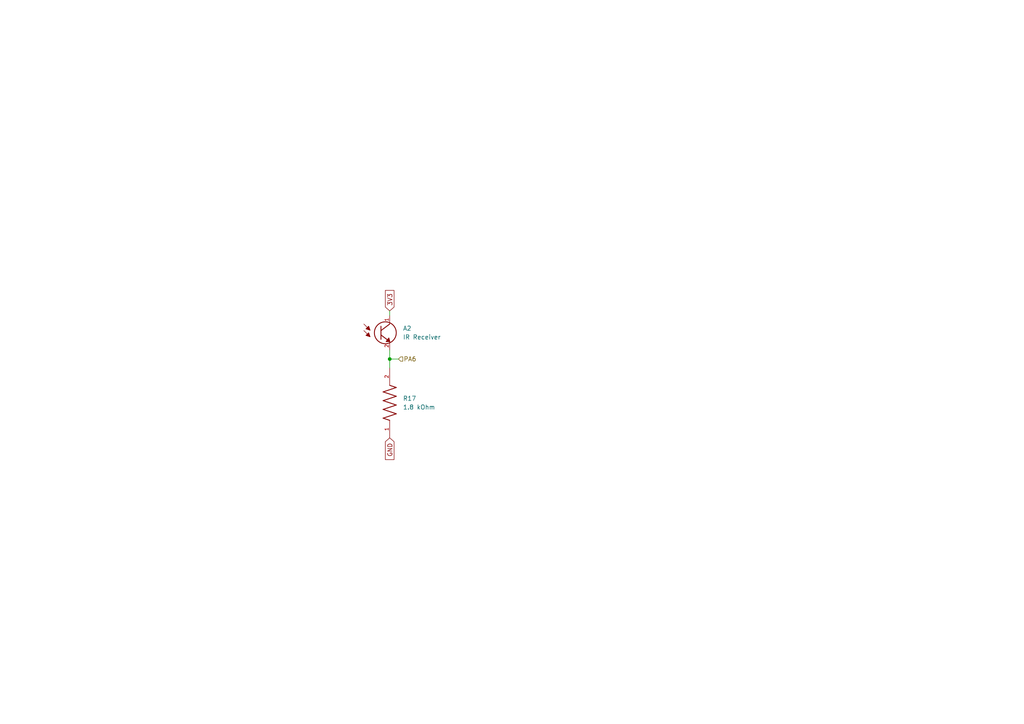
<source format=kicad_sch>
(kicad_sch (version 20250114) (generator "eeschema") (generator_version "9.0")
  (paper "A4")
  (lib_symbols
    (symbol "1.8kOhm_RMCF0805JT1K80:RMCF0805JT1K80" (pin_names (offset 1.016))
      (property "Reference" "R" (at -7.6244 2.5415 0))
      (property "Value" "RMCF0805JT1K80" (at -7.63 -5.0866 0))
      (symbol "RMCF0805JT1K80_0_0"
        (polyline (pts (xy -5.08 0) (xy -4.445 1.905)) (stroke (width 0.254)))
        (polyline (pts (xy -4.445 1.905) (xy -3.175 -1.905)) (stroke (width 0.254)))
        (polyline (pts (xy -3.175 -1.905) (xy -1.905 1.905)) (stroke (width 0.254)))
        (polyline (pts (xy -1.905 1.905) (xy -0.635 -1.905)) (stroke (width 0.254)))
        (polyline (pts (xy -0.635 -1.905) (xy 0.635 1.905)) (stroke (width 0.254)))
        (polyline (pts (xy 0.635 1.905) (xy 1.905 -1.905)) (stroke (width 0.254)))
        (polyline (pts (xy 1.905 -1.905) (xy 3.175 1.905)) (stroke (width 0.254)))
        (polyline (pts (xy 3.175 1.905) (xy 4.445 -1.905)) (stroke (width 0.254)))
        (polyline (pts (xy 4.445 -1.905) (xy 5.08 0)) (stroke (width 0.254)))
        (pin passive line (at -10.16 0 0) (length 5.08) (name "~") (number "1"))
        (pin passive line (at 10.16 0 180) (length 5.08) (name "~") (number "2"))
      )
    )
    (symbol "Phototransistor_ALS-PT19-315C_L177_TR8:ALS-PT19-315C_L177_TR8" (pin_names (offset 1.016))
      (property "Reference" "A" (at -10.1556 5.0822 0))
      (property "Value" "ALS-PT19-315C_L177_TR8" (at -10.1508 -7.62 0))
      (symbol "ALS-PT19-315C_L177_TR8_0_0"
        (polyline (pts (xy -4.953 2.54) (xy -3.175 0.762)) (stroke (width 0.1524)))
        (polyline (pts (xy -4.953 0.635) (xy -3.175 -1.143)) (stroke (width 0.1524)))
        (polyline (pts (xy -4.318 1.143) (xy -3.556 1.905)) (stroke (width 0.1524)))
        (polyline (pts (xy -4.318 1.143) (xy -3.175 0.762) (xy -3.556 1.905) (xy -4.318 1.143)) (stroke (width 0.1524)) (fill (type outline)))
        (polyline (pts (xy -4.318 -0.762) (xy -3.556 0)) (stroke (width 0.1524)))
        (polyline (pts (xy -4.318 -0.762) (xy -3.175 -1.143) (xy -3.556 0) (xy -4.318 -0.762)) (stroke (width 0.1524)) (fill (type outline)))
        (polyline (pts (xy -3.556 1.905) (xy -3.175 0.762)) (stroke (width 0.1524)))
        (polyline (pts (xy -3.556 0) (xy -3.175 -1.143)) (stroke (width 0.1524)))
        (polyline (pts (xy -3.175 0.762) (xy -4.318 1.143)) (stroke (width 0.1524)))
        (polyline (pts (xy -3.175 -1.143) (xy -4.318 -0.762)) (stroke (width 0.1524)))
        (polyline (pts (xy 0 1.905) (xy 0 0.635)) (stroke (width 0.254)))
        (polyline (pts (xy 0 0.635) (xy 0 -0.635)) (stroke (width 0.254)))
        (polyline (pts (xy 0 0.635) (xy 2.54 2.54)) (stroke (width 0.254)))
        (polyline (pts (xy 0 -0.635) (xy 0 -1.905)) (stroke (width 0.254)))
        (polyline (pts (xy 0 -0.635) (xy 2.54 -2.54)) (stroke (width 0.254)))
        (circle (center 1.27 0) (radius 3.175) (stroke (width 0.254)))
        (polyline (pts (xy 2.286 -2.286) (xy 2.54 -2.54)) (stroke (width 0.1524)))
        (polyline (pts (xy 2.54 -2.54) (xy 2.286 -1.524) (xy 1.524 -2.54) (xy 2.54 -2.54)) (stroke (width 0.254)) (fill (type outline)))
        (pin passive line (at 2.54 5.08 270) (length 2.54) (name "~") (number "1"))
        (pin passive line (at 2.54 -5.08 90) (length 2.54) (name "~") (number "2"))
      )
    )
  )
  (junction (at 113.03 104.14))
  (wire (pts (xy 113.03 90.17) (xy 113.03 91.44)))
  (wire (pts (xy 113.03 104.14) (xy 115.57 104.14)))
  (wire (pts (xy 113.03 104.14) (xy 113.03 106.68)))
  (wire (pts (xy 113.03 101.6) (xy 113.03 104.14)))
  (global_label "GND" (shape input) (at 113.03 127 270) (property "Intersheetrefs" "${INTERSHEET_REFS}" (effects (hide yes))))
  (global_label "3V3" (shape input) (at 113.03 90.17 90) (property "Intersheetrefs" "${INTERSHEET_REFS}" (effects (hide yes))))
  (hierarchical_label "PA6" (shape input) (at 115.57 104.14 0))
  (symbol (lib_id "Phototransistor_ALS-PT19-315C_L177_TR8:ALS-PT19-315C_L177_TR8") (at 110.49 96.52 0) (unit 1)
    (property "Reference" "A2" (at 116.84 95.2499 0) (effects (justify left)))
    (property "Value" "IR Receiver" (at 116.84 97.7899 0) (effects (justify left)))
    (property "Footprint" "ALS_PT19_315C_L177_TR8:XDCR_ALS-PT19-315C_L177_TR8" (effects (hide yes)))
    (property "PARTREV" "5" (effects (hide yes)))
    (property "STANDARD" "Manufacturer Recommendations" (effects (hide yes)))
    (property "MAXIMUM_PACKAGE_HEIGHT" "0.7 mm" (effects (hide yes)))
    (property "MANUFACTURER" "Everlight" (effects (hide yes)))
  )
  (symbol (lib_id "1.8kOhm_RMCF0805JT1K80:RMCF0805JT1K80") (at 113.03 116.84 90) (unit 1)
    (property "Reference" "R17" (at 116.84 115.5699 90) (effects (justify right)))
    (property "Value" "1.8 kOhm" (at 116.84 118.1099 90) (effects (justify right)))
    (property "Footprint" "RMCF0805JT1K80:RESC2012X65N" (effects (hide yes)))
  )
)
</source>
